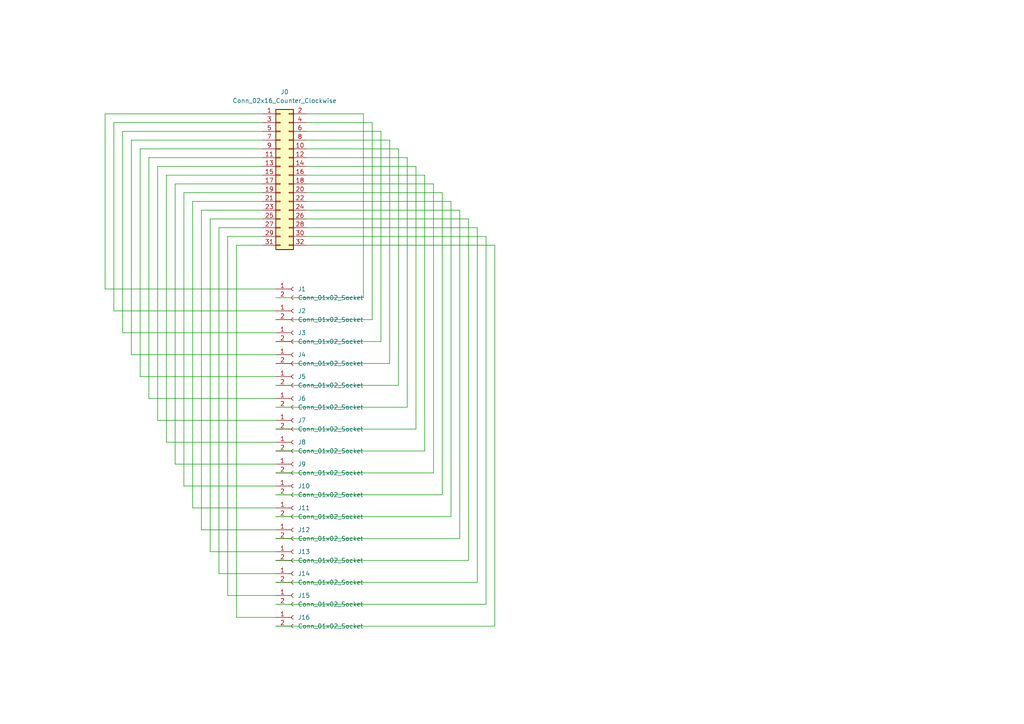
<source format=kicad_sch>
(kicad_sch
	(version 20231120)
	(generator "eeschema")
	(generator_version "8.0")
	(uuid "68a14eae-0b68-4b55-b169-64150462d703")
	(paper "A4")
	(lib_symbols
		(symbol "Connector:Conn_01x02_Socket"
			(pin_names
				(offset 1.016) hide)
			(exclude_from_sim no)
			(in_bom yes)
			(on_board yes)
			(property "Reference" "J"
				(at 0 2.54 0)
				(effects
					(font
						(size 1.27 1.27)
					)
				)
			)
			(property "Value" "Conn_01x02_Socket"
				(at 0 -5.08 0)
				(effects
					(font
						(size 1.27 1.27)
					)
				)
			)
			(property "Footprint" ""
				(at 0 0 0)
				(effects
					(font
						(size 1.27 1.27)
					)
					(hide yes)
				)
			)
			(property "Datasheet" "~"
				(at 0 0 0)
				(effects
					(font
						(size 1.27 1.27)
					)
					(hide yes)
				)
			)
			(property "Description" "Generic connector, single row, 01x02, script generated"
				(at 0 0 0)
				(effects
					(font
						(size 1.27 1.27)
					)
					(hide yes)
				)
			)
			(property "ki_locked" ""
				(at 0 0 0)
				(effects
					(font
						(size 1.27 1.27)
					)
				)
			)
			(property "ki_keywords" "connector"
				(at 0 0 0)
				(effects
					(font
						(size 1.27 1.27)
					)
					(hide yes)
				)
			)
			(property "ki_fp_filters" "Connector*:*_1x??_*"
				(at 0 0 0)
				(effects
					(font
						(size 1.27 1.27)
					)
					(hide yes)
				)
			)
			(symbol "Conn_01x02_Socket_1_1"
				(arc
					(start 0 -2.032)
					(mid -0.5058 -2.54)
					(end 0 -3.048)
					(stroke
						(width 0.1524)
						(type default)
					)
					(fill
						(type none)
					)
				)
				(polyline
					(pts
						(xy -1.27 -2.54) (xy -0.508 -2.54)
					)
					(stroke
						(width 0.1524)
						(type default)
					)
					(fill
						(type none)
					)
				)
				(polyline
					(pts
						(xy -1.27 0) (xy -0.508 0)
					)
					(stroke
						(width 0.1524)
						(type default)
					)
					(fill
						(type none)
					)
				)
				(arc
					(start 0 0.508)
					(mid -0.5058 0)
					(end 0 -0.508)
					(stroke
						(width 0.1524)
						(type default)
					)
					(fill
						(type none)
					)
				)
				(pin passive line
					(at -5.08 0 0)
					(length 3.81)
					(name "Pin_1"
						(effects
							(font
								(size 1.27 1.27)
							)
						)
					)
					(number "1"
						(effects
							(font
								(size 1.27 1.27)
							)
						)
					)
				)
				(pin passive line
					(at -5.08 -2.54 0)
					(length 3.81)
					(name "Pin_2"
						(effects
							(font
								(size 1.27 1.27)
							)
						)
					)
					(number "2"
						(effects
							(font
								(size 1.27 1.27)
							)
						)
					)
				)
			)
		)
		(symbol "Connector_Generic:Conn_02x16_Odd_Even"
			(pin_names
				(offset 1.016) hide)
			(exclude_from_sim no)
			(in_bom yes)
			(on_board yes)
			(property "Reference" "J"
				(at 1.27 20.32 0)
				(effects
					(font
						(size 1.27 1.27)
					)
				)
			)
			(property "Value" "Conn_02x16_Odd_Even"
				(at 1.27 -22.86 0)
				(effects
					(font
						(size 1.27 1.27)
					)
				)
			)
			(property "Footprint" ""
				(at 0 0 0)
				(effects
					(font
						(size 1.27 1.27)
					)
					(hide yes)
				)
			)
			(property "Datasheet" "~"
				(at 0 0 0)
				(effects
					(font
						(size 1.27 1.27)
					)
					(hide yes)
				)
			)
			(property "Description" "Generic connector, double row, 02x16, odd/even pin numbering scheme (row 1 odd numbers, row 2 even numbers), script generated (kicad-library-utils/schlib/autogen/connector/)"
				(at 0 0 0)
				(effects
					(font
						(size 1.27 1.27)
					)
					(hide yes)
				)
			)
			(property "ki_keywords" "connector"
				(at 0 0 0)
				(effects
					(font
						(size 1.27 1.27)
					)
					(hide yes)
				)
			)
			(property "ki_fp_filters" "Connector*:*_2x??_*"
				(at 0 0 0)
				(effects
					(font
						(size 1.27 1.27)
					)
					(hide yes)
				)
			)
			(symbol "Conn_02x16_Odd_Even_1_1"
				(rectangle
					(start -1.27 -20.193)
					(end 0 -20.447)
					(stroke
						(width 0.1524)
						(type default)
					)
					(fill
						(type none)
					)
				)
				(rectangle
					(start -1.27 -17.653)
					(end 0 -17.907)
					(stroke
						(width 0.1524)
						(type default)
					)
					(fill
						(type none)
					)
				)
				(rectangle
					(start -1.27 -15.113)
					(end 0 -15.367)
					(stroke
						(width 0.1524)
						(type default)
					)
					(fill
						(type none)
					)
				)
				(rectangle
					(start -1.27 -12.573)
					(end 0 -12.827)
					(stroke
						(width 0.1524)
						(type default)
					)
					(fill
						(type none)
					)
				)
				(rectangle
					(start -1.27 -10.033)
					(end 0 -10.287)
					(stroke
						(width 0.1524)
						(type default)
					)
					(fill
						(type none)
					)
				)
				(rectangle
					(start -1.27 -7.493)
					(end 0 -7.747)
					(stroke
						(width 0.1524)
						(type default)
					)
					(fill
						(type none)
					)
				)
				(rectangle
					(start -1.27 -4.953)
					(end 0 -5.207)
					(stroke
						(width 0.1524)
						(type default)
					)
					(fill
						(type none)
					)
				)
				(rectangle
					(start -1.27 -2.413)
					(end 0 -2.667)
					(stroke
						(width 0.1524)
						(type default)
					)
					(fill
						(type none)
					)
				)
				(rectangle
					(start -1.27 0.127)
					(end 0 -0.127)
					(stroke
						(width 0.1524)
						(type default)
					)
					(fill
						(type none)
					)
				)
				(rectangle
					(start -1.27 2.667)
					(end 0 2.413)
					(stroke
						(width 0.1524)
						(type default)
					)
					(fill
						(type none)
					)
				)
				(rectangle
					(start -1.27 5.207)
					(end 0 4.953)
					(stroke
						(width 0.1524)
						(type default)
					)
					(fill
						(type none)
					)
				)
				(rectangle
					(start -1.27 7.747)
					(end 0 7.493)
					(stroke
						(width 0.1524)
						(type default)
					)
					(fill
						(type none)
					)
				)
				(rectangle
					(start -1.27 10.287)
					(end 0 10.033)
					(stroke
						(width 0.1524)
						(type default)
					)
					(fill
						(type none)
					)
				)
				(rectangle
					(start -1.27 12.827)
					(end 0 12.573)
					(stroke
						(width 0.1524)
						(type default)
					)
					(fill
						(type none)
					)
				)
				(rectangle
					(start -1.27 15.367)
					(end 0 15.113)
					(stroke
						(width 0.1524)
						(type default)
					)
					(fill
						(type none)
					)
				)
				(rectangle
					(start -1.27 17.907)
					(end 0 17.653)
					(stroke
						(width 0.1524)
						(type default)
					)
					(fill
						(type none)
					)
				)
				(rectangle
					(start -1.27 19.05)
					(end 3.81 -21.59)
					(stroke
						(width 0.254)
						(type default)
					)
					(fill
						(type background)
					)
				)
				(rectangle
					(start 3.81 -20.193)
					(end 2.54 -20.447)
					(stroke
						(width 0.1524)
						(type default)
					)
					(fill
						(type none)
					)
				)
				(rectangle
					(start 3.81 -17.653)
					(end 2.54 -17.907)
					(stroke
						(width 0.1524)
						(type default)
					)
					(fill
						(type none)
					)
				)
				(rectangle
					(start 3.81 -15.113)
					(end 2.54 -15.367)
					(stroke
						(width 0.1524)
						(type default)
					)
					(fill
						(type none)
					)
				)
				(rectangle
					(start 3.81 -12.573)
					(end 2.54 -12.827)
					(stroke
						(width 0.1524)
						(type default)
					)
					(fill
						(type none)
					)
				)
				(rectangle
					(start 3.81 -10.033)
					(end 2.54 -10.287)
					(stroke
						(width 0.1524)
						(type default)
					)
					(fill
						(type none)
					)
				)
				(rectangle
					(start 3.81 -7.493)
					(end 2.54 -7.747)
					(stroke
						(width 0.1524)
						(type default)
					)
					(fill
						(type none)
					)
				)
				(rectangle
					(start 3.81 -4.953)
					(end 2.54 -5.207)
					(stroke
						(width 0.1524)
						(type default)
					)
					(fill
						(type none)
					)
				)
				(rectangle
					(start 3.81 -2.413)
					(end 2.54 -2.667)
					(stroke
						(width 0.1524)
						(type default)
					)
					(fill
						(type none)
					)
				)
				(rectangle
					(start 3.81 0.127)
					(end 2.54 -0.127)
					(stroke
						(width 0.1524)
						(type default)
					)
					(fill
						(type none)
					)
				)
				(rectangle
					(start 3.81 2.667)
					(end 2.54 2.413)
					(stroke
						(width 0.1524)
						(type default)
					)
					(fill
						(type none)
					)
				)
				(rectangle
					(start 3.81 5.207)
					(end 2.54 4.953)
					(stroke
						(width 0.1524)
						(type default)
					)
					(fill
						(type none)
					)
				)
				(rectangle
					(start 3.81 7.747)
					(end 2.54 7.493)
					(stroke
						(width 0.1524)
						(type default)
					)
					(fill
						(type none)
					)
				)
				(rectangle
					(start 3.81 10.287)
					(end 2.54 10.033)
					(stroke
						(width 0.1524)
						(type default)
					)
					(fill
						(type none)
					)
				)
				(rectangle
					(start 3.81 12.827)
					(end 2.54 12.573)
					(stroke
						(width 0.1524)
						(type default)
					)
					(fill
						(type none)
					)
				)
				(rectangle
					(start 3.81 15.367)
					(end 2.54 15.113)
					(stroke
						(width 0.1524)
						(type default)
					)
					(fill
						(type none)
					)
				)
				(rectangle
					(start 3.81 17.907)
					(end 2.54 17.653)
					(stroke
						(width 0.1524)
						(type default)
					)
					(fill
						(type none)
					)
				)
				(pin passive line
					(at -5.08 17.78 0)
					(length 3.81)
					(name "Pin_1"
						(effects
							(font
								(size 1.27 1.27)
							)
						)
					)
					(number "1"
						(effects
							(font
								(size 1.27 1.27)
							)
						)
					)
				)
				(pin passive line
					(at 7.62 7.62 180)
					(length 3.81)
					(name "Pin_10"
						(effects
							(font
								(size 1.27 1.27)
							)
						)
					)
					(number "10"
						(effects
							(font
								(size 1.27 1.27)
							)
						)
					)
				)
				(pin passive line
					(at -5.08 5.08 0)
					(length 3.81)
					(name "Pin_11"
						(effects
							(font
								(size 1.27 1.27)
							)
						)
					)
					(number "11"
						(effects
							(font
								(size 1.27 1.27)
							)
						)
					)
				)
				(pin passive line
					(at 7.62 5.08 180)
					(length 3.81)
					(name "Pin_12"
						(effects
							(font
								(size 1.27 1.27)
							)
						)
					)
					(number "12"
						(effects
							(font
								(size 1.27 1.27)
							)
						)
					)
				)
				(pin passive line
					(at -5.08 2.54 0)
					(length 3.81)
					(name "Pin_13"
						(effects
							(font
								(size 1.27 1.27)
							)
						)
					)
					(number "13"
						(effects
							(font
								(size 1.27 1.27)
							)
						)
					)
				)
				(pin passive line
					(at 7.62 2.54 180)
					(length 3.81)
					(name "Pin_14"
						(effects
							(font
								(size 1.27 1.27)
							)
						)
					)
					(number "14"
						(effects
							(font
								(size 1.27 1.27)
							)
						)
					)
				)
				(pin passive line
					(at -5.08 0 0)
					(length 3.81)
					(name "Pin_15"
						(effects
							(font
								(size 1.27 1.27)
							)
						)
					)
					(number "15"
						(effects
							(font
								(size 1.27 1.27)
							)
						)
					)
				)
				(pin passive line
					(at 7.62 0 180)
					(length 3.81)
					(name "Pin_16"
						(effects
							(font
								(size 1.27 1.27)
							)
						)
					)
					(number "16"
						(effects
							(font
								(size 1.27 1.27)
							)
						)
					)
				)
				(pin passive line
					(at -5.08 -2.54 0)
					(length 3.81)
					(name "Pin_17"
						(effects
							(font
								(size 1.27 1.27)
							)
						)
					)
					(number "17"
						(effects
							(font
								(size 1.27 1.27)
							)
						)
					)
				)
				(pin passive line
					(at 7.62 -2.54 180)
					(length 3.81)
					(name "Pin_18"
						(effects
							(font
								(size 1.27 1.27)
							)
						)
					)
					(number "18"
						(effects
							(font
								(size 1.27 1.27)
							)
						)
					)
				)
				(pin passive line
					(at -5.08 -5.08 0)
					(length 3.81)
					(name "Pin_19"
						(effects
							(font
								(size 1.27 1.27)
							)
						)
					)
					(number "19"
						(effects
							(font
								(size 1.27 1.27)
							)
						)
					)
				)
				(pin passive line
					(at 7.62 17.78 180)
					(length 3.81)
					(name "Pin_2"
						(effects
							(font
								(size 1.27 1.27)
							)
						)
					)
					(number "2"
						(effects
							(font
								(size 1.27 1.27)
							)
						)
					)
				)
				(pin passive line
					(at 7.62 -5.08 180)
					(length 3.81)
					(name "Pin_20"
						(effects
							(font
								(size 1.27 1.27)
							)
						)
					)
					(number "20"
						(effects
							(font
								(size 1.27 1.27)
							)
						)
					)
				)
				(pin passive line
					(at -5.08 -7.62 0)
					(length 3.81)
					(name "Pin_21"
						(effects
							(font
								(size 1.27 1.27)
							)
						)
					)
					(number "21"
						(effects
							(font
								(size 1.27 1.27)
							)
						)
					)
				)
				(pin passive line
					(at 7.62 -7.62 180)
					(length 3.81)
					(name "Pin_22"
						(effects
							(font
								(size 1.27 1.27)
							)
						)
					)
					(number "22"
						(effects
							(font
								(size 1.27 1.27)
							)
						)
					)
				)
				(pin passive line
					(at -5.08 -10.16 0)
					(length 3.81)
					(name "Pin_23"
						(effects
							(font
								(size 1.27 1.27)
							)
						)
					)
					(number "23"
						(effects
							(font
								(size 1.27 1.27)
							)
						)
					)
				)
				(pin passive line
					(at 7.62 -10.16 180)
					(length 3.81)
					(name "Pin_24"
						(effects
							(font
								(size 1.27 1.27)
							)
						)
					)
					(number "24"
						(effects
							(font
								(size 1.27 1.27)
							)
						)
					)
				)
				(pin passive line
					(at -5.08 -12.7 0)
					(length 3.81)
					(name "Pin_25"
						(effects
							(font
								(size 1.27 1.27)
							)
						)
					)
					(number "25"
						(effects
							(font
								(size 1.27 1.27)
							)
						)
					)
				)
				(pin passive line
					(at 7.62 -12.7 180)
					(length 3.81)
					(name "Pin_26"
						(effects
							(font
								(size 1.27 1.27)
							)
						)
					)
					(number "26"
						(effects
							(font
								(size 1.27 1.27)
							)
						)
					)
				)
				(pin passive line
					(at -5.08 -15.24 0)
					(length 3.81)
					(name "Pin_27"
						(effects
							(font
								(size 1.27 1.27)
							)
						)
					)
					(number "27"
						(effects
							(font
								(size 1.27 1.27)
							)
						)
					)
				)
				(pin passive line
					(at 7.62 -15.24 180)
					(length 3.81)
					(name "Pin_28"
						(effects
							(font
								(size 1.27 1.27)
							)
						)
					)
					(number "28"
						(effects
							(font
								(size 1.27 1.27)
							)
						)
					)
				)
				(pin passive line
					(at -5.08 -17.78 0)
					(length 3.81)
					(name "Pin_29"
						(effects
							(font
								(size 1.27 1.27)
							)
						)
					)
					(number "29"
						(effects
							(font
								(size 1.27 1.27)
							)
						)
					)
				)
				(pin passive line
					(at -5.08 15.24 0)
					(length 3.81)
					(name "Pin_3"
						(effects
							(font
								(size 1.27 1.27)
							)
						)
					)
					(number "3"
						(effects
							(font
								(size 1.27 1.27)
							)
						)
					)
				)
				(pin passive line
					(at 7.62 -17.78 180)
					(length 3.81)
					(name "Pin_30"
						(effects
							(font
								(size 1.27 1.27)
							)
						)
					)
					(number "30"
						(effects
							(font
								(size 1.27 1.27)
							)
						)
					)
				)
				(pin passive line
					(at -5.08 -20.32 0)
					(length 3.81)
					(name "Pin_31"
						(effects
							(font
								(size 1.27 1.27)
							)
						)
					)
					(number "31"
						(effects
							(font
								(size 1.27 1.27)
							)
						)
					)
				)
				(pin passive line
					(at 7.62 -20.32 180)
					(length 3.81)
					(name "Pin_32"
						(effects
							(font
								(size 1.27 1.27)
							)
						)
					)
					(number "32"
						(effects
							(font
								(size 1.27 1.27)
							)
						)
					)
				)
				(pin passive line
					(at 7.62 15.24 180)
					(length 3.81)
					(name "Pin_4"
						(effects
							(font
								(size 1.27 1.27)
							)
						)
					)
					(number "4"
						(effects
							(font
								(size 1.27 1.27)
							)
						)
					)
				)
				(pin passive line
					(at -5.08 12.7 0)
					(length 3.81)
					(name "Pin_5"
						(effects
							(font
								(size 1.27 1.27)
							)
						)
					)
					(number "5"
						(effects
							(font
								(size 1.27 1.27)
							)
						)
					)
				)
				(pin passive line
					(at 7.62 12.7 180)
					(length 3.81)
					(name "Pin_6"
						(effects
							(font
								(size 1.27 1.27)
							)
						)
					)
					(number "6"
						(effects
							(font
								(size 1.27 1.27)
							)
						)
					)
				)
				(pin passive line
					(at -5.08 10.16 0)
					(length 3.81)
					(name "Pin_7"
						(effects
							(font
								(size 1.27 1.27)
							)
						)
					)
					(number "7"
						(effects
							(font
								(size 1.27 1.27)
							)
						)
					)
				)
				(pin passive line
					(at 7.62 10.16 180)
					(length 3.81)
					(name "Pin_8"
						(effects
							(font
								(size 1.27 1.27)
							)
						)
					)
					(number "8"
						(effects
							(font
								(size 1.27 1.27)
							)
						)
					)
				)
				(pin passive line
					(at -5.08 7.62 0)
					(length 3.81)
					(name "Pin_9"
						(effects
							(font
								(size 1.27 1.27)
							)
						)
					)
					(number "9"
						(effects
							(font
								(size 1.27 1.27)
							)
						)
					)
				)
			)
		)
	)
	(wire
		(pts
			(xy 120.65 124.46) (xy 120.65 48.26)
		)
		(stroke
			(width 0)
			(type default)
		)
		(uuid "0183a62a-674b-4264-8d64-7ae22c4b1b08")
	)
	(wire
		(pts
			(xy 80.01 175.26) (xy 140.97 175.26)
		)
		(stroke
			(width 0)
			(type default)
		)
		(uuid "026a1676-bd1e-4554-a13b-33f5a3fb700b")
	)
	(wire
		(pts
			(xy 80.01 143.51) (xy 128.27 143.51)
		)
		(stroke
			(width 0)
			(type default)
		)
		(uuid "06583a60-41b5-4be2-96e2-7cc9ebde2fbb")
	)
	(wire
		(pts
			(xy 66.04 172.72) (xy 66.04 68.58)
		)
		(stroke
			(width 0)
			(type default)
		)
		(uuid "06802a7c-3942-4a42-b9f3-bcbeb2fabf0e")
	)
	(wire
		(pts
			(xy 140.97 175.26) (xy 140.97 68.58)
		)
		(stroke
			(width 0)
			(type default)
		)
		(uuid "0aca1a85-c831-4ef4-89e2-a07257f7f9e7")
	)
	(wire
		(pts
			(xy 88.9 60.96) (xy 133.35 60.96)
		)
		(stroke
			(width 0)
			(type default)
		)
		(uuid "0eceb3bb-5d31-4060-966d-618fa9ca7da6")
	)
	(wire
		(pts
			(xy 125.73 53.34) (xy 88.9 53.34)
		)
		(stroke
			(width 0)
			(type default)
		)
		(uuid "16d072d0-d94a-4ae1-a73c-602a862fdd08")
	)
	(wire
		(pts
			(xy 105.41 86.36) (xy 105.41 33.02)
		)
		(stroke
			(width 0)
			(type default)
		)
		(uuid "18eab3e8-56cd-433a-9995-9f9a0d6e010b")
	)
	(wire
		(pts
			(xy 80.01 128.27) (xy 48.26 128.27)
		)
		(stroke
			(width 0)
			(type default)
		)
		(uuid "19c188b7-3b68-4502-b790-8bc1d92a3398")
	)
	(wire
		(pts
			(xy 107.95 92.71) (xy 107.95 35.56)
		)
		(stroke
			(width 0)
			(type default)
		)
		(uuid "1c3c800d-a6d1-4c1b-86c1-becfa5484afe")
	)
	(wire
		(pts
			(xy 80.01 118.11) (xy 118.11 118.11)
		)
		(stroke
			(width 0)
			(type default)
		)
		(uuid "1d004d77-671e-4052-85a2-2f355ff5d18a")
	)
	(wire
		(pts
			(xy 80.01 179.07) (xy 68.58 179.07)
		)
		(stroke
			(width 0)
			(type default)
		)
		(uuid "2211c74b-2775-4e2e-ac3b-0bfb80101137")
	)
	(wire
		(pts
			(xy 115.57 111.76) (xy 115.57 43.18)
		)
		(stroke
			(width 0)
			(type default)
		)
		(uuid "24a21c2a-920b-4a72-9d64-080a6e722640")
	)
	(wire
		(pts
			(xy 115.57 43.18) (xy 88.9 43.18)
		)
		(stroke
			(width 0)
			(type default)
		)
		(uuid "2d3e6576-2bb5-48cb-919e-4742cdb43857")
	)
	(wire
		(pts
			(xy 80.01 105.41) (xy 113.03 105.41)
		)
		(stroke
			(width 0)
			(type default)
		)
		(uuid "32287a28-99cd-4de6-8cb3-490487badb7a")
	)
	(wire
		(pts
			(xy 125.73 137.16) (xy 125.73 53.34)
		)
		(stroke
			(width 0)
			(type default)
		)
		(uuid "3566754a-d5a1-4002-aab9-b06c29cde4d8")
	)
	(wire
		(pts
			(xy 68.58 71.12) (xy 76.2 71.12)
		)
		(stroke
			(width 0)
			(type default)
		)
		(uuid "382da587-2899-48a8-a952-27d9ce6bad43")
	)
	(wire
		(pts
			(xy 80.01 181.61) (xy 143.51 181.61)
		)
		(stroke
			(width 0)
			(type default)
		)
		(uuid "3bbab144-9055-4c23-b286-72a5a276b017")
	)
	(wire
		(pts
			(xy 80.01 115.57) (xy 43.18 115.57)
		)
		(stroke
			(width 0)
			(type default)
		)
		(uuid "3bca90dc-9232-464f-a28d-c462c5bd2a92")
	)
	(wire
		(pts
			(xy 45.72 48.26) (xy 76.2 48.26)
		)
		(stroke
			(width 0)
			(type default)
		)
		(uuid "3f05d792-5abc-4cf6-9efc-654f8ae8ff7b")
	)
	(wire
		(pts
			(xy 143.51 181.61) (xy 143.51 71.12)
		)
		(stroke
			(width 0)
			(type default)
		)
		(uuid "404f5bc1-2994-4fe2-ab1e-6e2b16e05a9f")
	)
	(wire
		(pts
			(xy 35.56 96.52) (xy 35.56 38.1)
		)
		(stroke
			(width 0)
			(type default)
		)
		(uuid "4b98451a-8f01-4cfa-8d61-b212dd23f6ba")
	)
	(wire
		(pts
			(xy 110.49 99.06) (xy 110.49 38.1)
		)
		(stroke
			(width 0)
			(type default)
		)
		(uuid "4f600a68-1d6a-4232-8ac4-f732db69ed89")
	)
	(wire
		(pts
			(xy 48.26 128.27) (xy 48.26 50.8)
		)
		(stroke
			(width 0)
			(type default)
		)
		(uuid "507a94bd-186a-4222-940c-466fabe400a3")
	)
	(wire
		(pts
			(xy 80.01 111.76) (xy 115.57 111.76)
		)
		(stroke
			(width 0)
			(type default)
		)
		(uuid "51665cd1-8225-42f9-aa18-d8054e36a276")
	)
	(wire
		(pts
			(xy 50.8 134.62) (xy 50.8 53.34)
		)
		(stroke
			(width 0)
			(type default)
		)
		(uuid "56efba20-973b-4284-be08-46090ad8c08f")
	)
	(wire
		(pts
			(xy 140.97 68.58) (xy 88.9 68.58)
		)
		(stroke
			(width 0)
			(type default)
		)
		(uuid "5d338b14-e42a-4061-9834-912f94100b6b")
	)
	(wire
		(pts
			(xy 110.49 38.1) (xy 88.9 38.1)
		)
		(stroke
			(width 0)
			(type default)
		)
		(uuid "638700fc-9257-46a9-adc4-2c995e361895")
	)
	(wire
		(pts
			(xy 88.9 50.8) (xy 123.19 50.8)
		)
		(stroke
			(width 0)
			(type default)
		)
		(uuid "67014c8d-b49c-4524-b365-142022452a7b")
	)
	(wire
		(pts
			(xy 118.11 45.72) (xy 88.9 45.72)
		)
		(stroke
			(width 0)
			(type default)
		)
		(uuid "67dab312-382c-42d6-8362-2b553fbfabd8")
	)
	(wire
		(pts
			(xy 128.27 143.51) (xy 128.27 55.88)
		)
		(stroke
			(width 0)
			(type default)
		)
		(uuid "68e3bcac-ec1e-4b74-99d0-0549b55d38b7")
	)
	(wire
		(pts
			(xy 80.01 166.37) (xy 63.5 166.37)
		)
		(stroke
			(width 0)
			(type default)
		)
		(uuid "6db8e7be-51ef-4d94-9305-81f98a88e70e")
	)
	(wire
		(pts
			(xy 113.03 40.64) (xy 88.9 40.64)
		)
		(stroke
			(width 0)
			(type default)
		)
		(uuid "7273d771-61bd-4518-bd0b-1dfb3d091049")
	)
	(wire
		(pts
			(xy 53.34 55.88) (xy 76.2 55.88)
		)
		(stroke
			(width 0)
			(type default)
		)
		(uuid "76842aac-5d57-4433-838e-d6bdfa21030c")
	)
	(wire
		(pts
			(xy 80.01 83.82) (xy 30.48 83.82)
		)
		(stroke
			(width 0)
			(type default)
		)
		(uuid "76e00856-c049-4687-aed4-7f9eff3c1a4f")
	)
	(wire
		(pts
			(xy 55.88 58.42) (xy 76.2 58.42)
		)
		(stroke
			(width 0)
			(type default)
		)
		(uuid "770cfc23-62dc-474e-a737-1e532b6e04e3")
	)
	(wire
		(pts
			(xy 113.03 105.41) (xy 113.03 40.64)
		)
		(stroke
			(width 0)
			(type default)
		)
		(uuid "77ebc137-5dd1-4b9d-bef5-6c80d364e5bf")
	)
	(wire
		(pts
			(xy 133.35 156.21) (xy 133.35 60.96)
		)
		(stroke
			(width 0)
			(type default)
		)
		(uuid "782ab128-24a3-4979-8371-2f3b0276c77e")
	)
	(wire
		(pts
			(xy 50.8 53.34) (xy 76.2 53.34)
		)
		(stroke
			(width 0)
			(type default)
		)
		(uuid "78399472-c8fe-4a69-ba5c-4a3c6ab0cf3c")
	)
	(wire
		(pts
			(xy 63.5 66.04) (xy 76.2 66.04)
		)
		(stroke
			(width 0)
			(type default)
		)
		(uuid "7cee96d1-4656-4806-b4af-ffe054e103ce")
	)
	(wire
		(pts
			(xy 38.1 40.64) (xy 76.2 40.64)
		)
		(stroke
			(width 0)
			(type default)
		)
		(uuid "7d40be9a-6964-4e88-a4e3-6dcb6ca20dfb")
	)
	(wire
		(pts
			(xy 40.64 109.22) (xy 40.64 43.18)
		)
		(stroke
			(width 0)
			(type default)
		)
		(uuid "81cb9535-4075-4438-bd12-7e0fff31e4bd")
	)
	(wire
		(pts
			(xy 55.88 147.32) (xy 55.88 58.42)
		)
		(stroke
			(width 0)
			(type default)
		)
		(uuid "8394a9a9-d782-415f-bdd7-6c453593a8b2")
	)
	(wire
		(pts
			(xy 80.01 92.71) (xy 107.95 92.71)
		)
		(stroke
			(width 0)
			(type default)
		)
		(uuid "84743072-c66c-4545-bb7a-579822adff1d")
	)
	(wire
		(pts
			(xy 138.43 168.91) (xy 138.43 66.04)
		)
		(stroke
			(width 0)
			(type default)
		)
		(uuid "84ee1086-63be-48ab-a417-1c6e17934de9")
	)
	(wire
		(pts
			(xy 80.01 168.91) (xy 138.43 168.91)
		)
		(stroke
			(width 0)
			(type default)
		)
		(uuid "8810c04f-f29b-4943-bb74-e4d086743373")
	)
	(wire
		(pts
			(xy 107.95 35.56) (xy 88.9 35.56)
		)
		(stroke
			(width 0)
			(type default)
		)
		(uuid "8b44731e-4423-4c5c-b9a6-bedd6f632e12")
	)
	(wire
		(pts
			(xy 80.01 156.21) (xy 133.35 156.21)
		)
		(stroke
			(width 0)
			(type default)
		)
		(uuid "8b63370a-1fe2-41fb-be15-83cb768b2e64")
	)
	(wire
		(pts
			(xy 40.64 43.18) (xy 76.2 43.18)
		)
		(stroke
			(width 0)
			(type default)
		)
		(uuid "8ba7ecf5-d512-4ac4-bd7b-e8ce422c2e70")
	)
	(wire
		(pts
			(xy 128.27 55.88) (xy 88.9 55.88)
		)
		(stroke
			(width 0)
			(type default)
		)
		(uuid "8e477845-ed4c-44e8-af27-892f16d52dea")
	)
	(wire
		(pts
			(xy 135.89 63.5) (xy 88.9 63.5)
		)
		(stroke
			(width 0)
			(type default)
		)
		(uuid "8f3d6fa1-bf57-4b71-92c9-aebaea8da821")
	)
	(wire
		(pts
			(xy 30.48 83.82) (xy 30.48 33.02)
		)
		(stroke
			(width 0)
			(type default)
		)
		(uuid "90063a0c-5655-48d8-80ea-f94e278c3db7")
	)
	(wire
		(pts
			(xy 80.01 99.06) (xy 110.49 99.06)
		)
		(stroke
			(width 0)
			(type default)
		)
		(uuid "90235ed5-e36a-47af-bd65-af1faa7c3eb0")
	)
	(wire
		(pts
			(xy 80.01 130.81) (xy 123.19 130.81)
		)
		(stroke
			(width 0)
			(type default)
		)
		(uuid "91debdb1-9c50-49d0-8aee-6ad1537e6228")
	)
	(wire
		(pts
			(xy 80.01 137.16) (xy 125.73 137.16)
		)
		(stroke
			(width 0)
			(type default)
		)
		(uuid "9791eb73-e373-4d6d-b34b-861f62c59f80")
	)
	(wire
		(pts
			(xy 143.51 71.12) (xy 88.9 71.12)
		)
		(stroke
			(width 0)
			(type default)
		)
		(uuid "98e736de-7357-4818-aa68-b9024da89ce6")
	)
	(wire
		(pts
			(xy 130.81 149.86) (xy 130.81 58.42)
		)
		(stroke
			(width 0)
			(type default)
		)
		(uuid "99991303-448e-4d5b-b306-aeb657ef72a0")
	)
	(wire
		(pts
			(xy 43.18 45.72) (xy 76.2 45.72)
		)
		(stroke
			(width 0)
			(type default)
		)
		(uuid "9c46b368-9bcb-4cab-852d-4afe14144d4d")
	)
	(wire
		(pts
			(xy 80.01 121.92) (xy 45.72 121.92)
		)
		(stroke
			(width 0)
			(type default)
		)
		(uuid "9da09bfa-deea-44bf-85fa-33926b34abab")
	)
	(wire
		(pts
			(xy 88.9 58.42) (xy 130.81 58.42)
		)
		(stroke
			(width 0)
			(type default)
		)
		(uuid "9e1f5b24-669a-414e-a5fc-4fe59b7dcfd6")
	)
	(wire
		(pts
			(xy 123.19 130.81) (xy 123.19 50.8)
		)
		(stroke
			(width 0)
			(type default)
		)
		(uuid "a14d80d7-bbc8-4a11-a9f1-3054da4a00b7")
	)
	(wire
		(pts
			(xy 80.01 147.32) (xy 55.88 147.32)
		)
		(stroke
			(width 0)
			(type default)
		)
		(uuid "a16ba5ff-cf90-4ce4-98b2-220ccbb779c0")
	)
	(wire
		(pts
			(xy 63.5 166.37) (xy 63.5 66.04)
		)
		(stroke
			(width 0)
			(type default)
		)
		(uuid "a1b8359c-0d58-4ef5-b7b2-dedbdab2ed02")
	)
	(wire
		(pts
			(xy 48.26 50.8) (xy 76.2 50.8)
		)
		(stroke
			(width 0)
			(type default)
		)
		(uuid "a87c46c9-c22d-41d8-a5d2-faf580e9a8e4")
	)
	(wire
		(pts
			(xy 80.01 153.67) (xy 58.42 153.67)
		)
		(stroke
			(width 0)
			(type default)
		)
		(uuid "b2211b6f-3865-41c3-ac67-f4e8f895cb3c")
	)
	(wire
		(pts
			(xy 35.56 38.1) (xy 76.2 38.1)
		)
		(stroke
			(width 0)
			(type default)
		)
		(uuid "b22e8d08-fb6c-4875-8273-d156fdbd0b3a")
	)
	(wire
		(pts
			(xy 80.01 149.86) (xy 130.81 149.86)
		)
		(stroke
			(width 0)
			(type default)
		)
		(uuid "b409170b-5cf6-437d-9e8d-bcfbfac59a92")
	)
	(wire
		(pts
			(xy 33.02 35.56) (xy 76.2 35.56)
		)
		(stroke
			(width 0)
			(type default)
		)
		(uuid "b4ecd03a-aba1-42fc-a2d0-ed5f2c4bb788")
	)
	(wire
		(pts
			(xy 80.01 86.36) (xy 105.41 86.36)
		)
		(stroke
			(width 0)
			(type default)
		)
		(uuid "b8a5b837-c324-4c1b-8be3-4b8a1cdef24c")
	)
	(wire
		(pts
			(xy 80.01 96.52) (xy 35.56 96.52)
		)
		(stroke
			(width 0)
			(type default)
		)
		(uuid "bc6914d1-c487-44f1-b200-154cd5a11dfb")
	)
	(wire
		(pts
			(xy 88.9 48.26) (xy 120.65 48.26)
		)
		(stroke
			(width 0)
			(type default)
		)
		(uuid "c20eac23-cdbf-429a-8da6-61cbf7e5ff64")
	)
	(wire
		(pts
			(xy 60.96 160.02) (xy 60.96 63.5)
		)
		(stroke
			(width 0)
			(type default)
		)
		(uuid "c4d527b2-3509-40d0-b574-abde339cae1c")
	)
	(wire
		(pts
			(xy 118.11 118.11) (xy 118.11 45.72)
		)
		(stroke
			(width 0)
			(type default)
		)
		(uuid "c7077526-4219-4afa-80ac-c2191fe7e96d")
	)
	(wire
		(pts
			(xy 68.58 179.07) (xy 68.58 71.12)
		)
		(stroke
			(width 0)
			(type default)
		)
		(uuid "c7339aa3-cc44-4dbd-8bbd-ee61ee13aa35")
	)
	(wire
		(pts
			(xy 33.02 90.17) (xy 33.02 35.56)
		)
		(stroke
			(width 0)
			(type default)
		)
		(uuid "c8c24c41-6b02-4514-8401-1ba0cd58104a")
	)
	(wire
		(pts
			(xy 80.01 102.87) (xy 38.1 102.87)
		)
		(stroke
			(width 0)
			(type default)
		)
		(uuid "c9226245-904d-45e9-84ed-c9b923d4fa3a")
	)
	(wire
		(pts
			(xy 53.34 140.97) (xy 53.34 55.88)
		)
		(stroke
			(width 0)
			(type default)
		)
		(uuid "ca2b8593-f837-4b9d-aeb4-ed1f668c21f2")
	)
	(wire
		(pts
			(xy 58.42 60.96) (xy 76.2 60.96)
		)
		(stroke
			(width 0)
			(type default)
		)
		(uuid "cc8b5e21-0f8f-4b82-87d5-3e50288e4d74")
	)
	(wire
		(pts
			(xy 80.01 160.02) (xy 60.96 160.02)
		)
		(stroke
			(width 0)
			(type default)
		)
		(uuid "d15c40db-609f-4acb-80a7-4ef7ecc6344a")
	)
	(wire
		(pts
			(xy 80.01 124.46) (xy 120.65 124.46)
		)
		(stroke
			(width 0)
			(type default)
		)
		(uuid "d7c88a05-1072-4f71-9486-dad8d2c47e64")
	)
	(wire
		(pts
			(xy 58.42 153.67) (xy 58.42 60.96)
		)
		(stroke
			(width 0)
			(type default)
		)
		(uuid "e2b29add-35c9-42b9-a0ce-6afcf9da8d34")
	)
	(wire
		(pts
			(xy 80.01 90.17) (xy 33.02 90.17)
		)
		(stroke
			(width 0)
			(type default)
		)
		(uuid "e31728f2-b711-4c19-aa36-e42065cf2b8d")
	)
	(wire
		(pts
			(xy 80.01 172.72) (xy 66.04 172.72)
		)
		(stroke
			(width 0)
			(type default)
		)
		(uuid "e373dc44-9d90-44cf-9929-66e6cccc9be2")
	)
	(wire
		(pts
			(xy 30.48 33.02) (xy 76.2 33.02)
		)
		(stroke
			(width 0)
			(type default)
		)
		(uuid "e6db5b3a-1e5f-4ea1-b2ca-e136def94a97")
	)
	(wire
		(pts
			(xy 43.18 115.57) (xy 43.18 45.72)
		)
		(stroke
			(width 0)
			(type default)
		)
		(uuid "e88cc146-1807-4921-ae96-0bef5e9f642d")
	)
	(wire
		(pts
			(xy 66.04 68.58) (xy 76.2 68.58)
		)
		(stroke
			(width 0)
			(type default)
		)
		(uuid "ea550838-96b4-44de-a52b-b288a96af41c")
	)
	(wire
		(pts
			(xy 60.96 63.5) (xy 76.2 63.5)
		)
		(stroke
			(width 0)
			(type default)
		)
		(uuid "eb0f7b9c-19b7-427e-a521-6a7cd4008a5b")
	)
	(wire
		(pts
			(xy 38.1 102.87) (xy 38.1 40.64)
		)
		(stroke
			(width 0)
			(type default)
		)
		(uuid "eb995afe-e392-4e9f-8d60-e13446af61d6")
	)
	(wire
		(pts
			(xy 105.41 33.02) (xy 88.9 33.02)
		)
		(stroke
			(width 0)
			(type default)
		)
		(uuid "edc3155a-999e-4fa2-87a4-1d513f76403b")
	)
	(wire
		(pts
			(xy 80.01 140.97) (xy 53.34 140.97)
		)
		(stroke
			(width 0)
			(type default)
		)
		(uuid "eefc29f4-792e-4441-b16d-54d57bbcdce9")
	)
	(wire
		(pts
			(xy 80.01 162.56) (xy 135.89 162.56)
		)
		(stroke
			(width 0)
			(type default)
		)
		(uuid "f7c1dd2a-b9f3-462c-8f27-36e2b64bb0e0")
	)
	(wire
		(pts
			(xy 80.01 134.62) (xy 50.8 134.62)
		)
		(stroke
			(width 0)
			(type default)
		)
		(uuid "f9249951-4919-49cf-a5f5-2cf324a98423")
	)
	(wire
		(pts
			(xy 80.01 109.22) (xy 40.64 109.22)
		)
		(stroke
			(width 0)
			(type default)
		)
		(uuid "f94e2596-8dbc-4375-a13d-552cfd86867d")
	)
	(wire
		(pts
			(xy 45.72 121.92) (xy 45.72 48.26)
		)
		(stroke
			(width 0)
			(type default)
		)
		(uuid "ff455c84-87f0-4cd8-ab53-504dab5f79be")
	)
	(wire
		(pts
			(xy 135.89 162.56) (xy 135.89 63.5)
		)
		(stroke
			(width 0)
			(type default)
		)
		(uuid "ffb1c5e3-6136-4f8c-82d5-84608db206a4")
	)
	(wire
		(pts
			(xy 138.43 66.04) (xy 88.9 66.04)
		)
		(stroke
			(width 0)
			(type default)
		)
		(uuid "ffb31caf-1718-4b23-95af-ae918c3bb8d3")
	)
	(symbol
		(lib_id "Connector:Conn_01x02_Socket")
		(at 85.09 134.62 0)
		(unit 1)
		(exclude_from_sim no)
		(in_bom yes)
		(on_board yes)
		(dnp no)
		(fields_autoplaced yes)
		(uuid "10860642-3f12-4ed5-bdcc-47f4c833303f")
		(property "Reference" "J9"
			(at 86.36 134.6199 0)
			(effects
				(font
					(size 1.27 1.27)
				)
				(justify left)
			)
		)
		(property "Value" "Conn_01x02_Socket"
			(at 86.36 137.1599 0)
			(effects
				(font
					(size 1.27 1.27)
				)
				(justify left)
			)
		)
		(property "Footprint" "Connector_PinHeader_2.54mm:PinHeader_1x02_P2.54mm_Vertical"
			(at 85.09 134.62 0)
			(effects
				(font
					(size 1.27 1.27)
				)
				(hide yes)
			)
		)
		(property "Datasheet" "~"
			(at 85.09 134.62 0)
			(effects
				(font
					(size 1.27 1.27)
				)
				(hide yes)
			)
		)
		(property "Description" "Generic connector, single row, 01x02, script generated"
			(at 85.09 134.62 0)
			(effects
				(font
					(size 1.27 1.27)
				)
				(hide yes)
			)
		)
		(pin "2"
			(uuid "d862fe30-dcc0-4886-bf13-67808faccb47")
		)
		(pin "1"
			(uuid "5fe7d0fc-d8c5-4054-9edb-662109f5af0e")
		)
		(instances
			(project "MagneticActuationBoard"
				(path "/3a9005d7-d799-4ee5-9d69-4bc33a3578f9/47de6482-cf1c-4af7-9141-78370e60fe27"
					(reference "J9")
					(unit 1)
				)
			)
		)
	)
	(symbol
		(lib_id "Connector:Conn_01x02_Socket")
		(at 85.09 147.32 0)
		(unit 1)
		(exclude_from_sim no)
		(in_bom yes)
		(on_board yes)
		(dnp no)
		(fields_autoplaced yes)
		(uuid "237ef8ec-6330-42e2-9b43-9eb7e5601a95")
		(property "Reference" "J11"
			(at 86.36 147.3199 0)
			(effects
				(font
					(size 1.27 1.27)
				)
				(justify left)
			)
		)
		(property "Value" "Conn_01x02_Socket"
			(at 86.36 149.8599 0)
			(effects
				(font
					(size 1.27 1.27)
				)
				(justify left)
			)
		)
		(property "Footprint" "Connector_PinHeader_2.54mm:PinHeader_1x02_P2.54mm_Vertical"
			(at 85.09 147.32 0)
			(effects
				(font
					(size 1.27 1.27)
				)
				(hide yes)
			)
		)
		(property "Datasheet" "~"
			(at 85.09 147.32 0)
			(effects
				(font
					(size 1.27 1.27)
				)
				(hide yes)
			)
		)
		(property "Description" "Generic connector, single row, 01x02, script generated"
			(at 85.09 147.32 0)
			(effects
				(font
					(size 1.27 1.27)
				)
				(hide yes)
			)
		)
		(pin "2"
			(uuid "189c060b-04a7-450f-9ace-07004aa0db86")
		)
		(pin "1"
			(uuid "9b966729-2cb2-47fb-85f2-06e42ef66613")
		)
		(instances
			(project "MagneticActuationBoard"
				(path "/3a9005d7-d799-4ee5-9d69-4bc33a3578f9/47de6482-cf1c-4af7-9141-78370e60fe27"
					(reference "J11")
					(unit 1)
				)
			)
		)
	)
	(symbol
		(lib_id "Connector:Conn_01x02_Socket")
		(at 85.09 121.92 0)
		(unit 1)
		(exclude_from_sim no)
		(in_bom yes)
		(on_board yes)
		(dnp no)
		(fields_autoplaced yes)
		(uuid "28d9860c-271c-453a-9750-f711abe8a627")
		(property "Reference" "J7"
			(at 86.36 121.9199 0)
			(effects
				(font
					(size 1.27 1.27)
				)
				(justify left)
			)
		)
		(property "Value" "Conn_01x02_Socket"
			(at 86.36 124.4599 0)
			(effects
				(font
					(size 1.27 1.27)
				)
				(justify left)
			)
		)
		(property "Footprint" "Connector_PinHeader_2.54mm:PinHeader_1x02_P2.54mm_Vertical"
			(at 85.09 121.92 0)
			(effects
				(font
					(size 1.27 1.27)
				)
				(hide yes)
			)
		)
		(property "Datasheet" "~"
			(at 85.09 121.92 0)
			(effects
				(font
					(size 1.27 1.27)
				)
				(hide yes)
			)
		)
		(property "Description" "Generic connector, single row, 01x02, script generated"
			(at 85.09 121.92 0)
			(effects
				(font
					(size 1.27 1.27)
				)
				(hide yes)
			)
		)
		(pin "2"
			(uuid "e65eba97-5036-45d4-b3d8-9ba5d4ba46ee")
		)
		(pin "1"
			(uuid "75ab0f2e-05f5-46b1-bd22-a886361e1c56")
		)
		(instances
			(project "MagneticActuationBoard"
				(path "/3a9005d7-d799-4ee5-9d69-4bc33a3578f9/47de6482-cf1c-4af7-9141-78370e60fe27"
					(reference "J7")
					(unit 1)
				)
			)
		)
	)
	(symbol
		(lib_id "Connector:Conn_01x02_Socket")
		(at 85.09 96.52 0)
		(unit 1)
		(exclude_from_sim no)
		(in_bom yes)
		(on_board yes)
		(dnp no)
		(fields_autoplaced yes)
		(uuid "2a839a1b-4481-4706-b12b-741477a2a989")
		(property "Reference" "J3"
			(at 86.36 96.5199 0)
			(effects
				(font
					(size 1.27 1.27)
				)
				(justify left)
			)
		)
		(property "Value" "Conn_01x02_Socket"
			(at 86.36 99.0599 0)
			(effects
				(font
					(size 1.27 1.27)
				)
				(justify left)
			)
		)
		(property "Footprint" "Connector_PinHeader_2.54mm:PinHeader_1x02_P2.54mm_Vertical"
			(at 85.09 96.52 0)
			(effects
				(font
					(size 1.27 1.27)
				)
				(hide yes)
			)
		)
		(property "Datasheet" "~"
			(at 85.09 96.52 0)
			(effects
				(font
					(size 1.27 1.27)
				)
				(hide yes)
			)
		)
		(property "Description" "Generic connector, single row, 01x02, script generated"
			(at 85.09 96.52 0)
			(effects
				(font
					(size 1.27 1.27)
				)
				(hide yes)
			)
		)
		(pin "2"
			(uuid "fc3def34-8508-4d54-89e3-10a801ea95c6")
		)
		(pin "1"
			(uuid "64450e38-b8a0-493b-9da1-1a412ab082f0")
		)
		(instances
			(project "MagneticActuationBoard"
				(path "/3a9005d7-d799-4ee5-9d69-4bc33a3578f9/47de6482-cf1c-4af7-9141-78370e60fe27"
					(reference "J3")
					(unit 1)
				)
			)
		)
	)
	(symbol
		(lib_id "Connector:Conn_01x02_Socket")
		(at 85.09 166.37 0)
		(unit 1)
		(exclude_from_sim no)
		(in_bom yes)
		(on_board yes)
		(dnp no)
		(fields_autoplaced yes)
		(uuid "2c342303-5348-4d13-8e01-058fce899768")
		(property "Reference" "J14"
			(at 86.36 166.3699 0)
			(effects
				(font
					(size 1.27 1.27)
				)
				(justify left)
			)
		)
		(property "Value" "Conn_01x02_Socket"
			(at 86.36 168.9099 0)
			(effects
				(font
					(size 1.27 1.27)
				)
				(justify left)
			)
		)
		(property "Footprint" "Connector_PinHeader_2.54mm:PinHeader_1x02_P2.54mm_Vertical"
			(at 85.09 166.37 0)
			(effects
				(font
					(size 1.27 1.27)
				)
				(hide yes)
			)
		)
		(property "Datasheet" "~"
			(at 85.09 166.37 0)
			(effects
				(font
					(size 1.27 1.27)
				)
				(hide yes)
			)
		)
		(property "Description" "Generic connector, single row, 01x02, script generated"
			(at 85.09 166.37 0)
			(effects
				(font
					(size 1.27 1.27)
				)
				(hide yes)
			)
		)
		(pin "2"
			(uuid "e11a9dd4-8ab7-442c-9295-e20381fbcb59")
		)
		(pin "1"
			(uuid "5dff6cfe-8f02-464a-8b75-353a1d8b2078")
		)
		(instances
			(project "MagneticActuationBoard"
				(path "/3a9005d7-d799-4ee5-9d69-4bc33a3578f9/47de6482-cf1c-4af7-9141-78370e60fe27"
					(reference "J14")
					(unit 1)
				)
			)
		)
	)
	(symbol
		(lib_id "Connector:Conn_01x02_Socket")
		(at 85.09 172.72 0)
		(unit 1)
		(exclude_from_sim no)
		(in_bom yes)
		(on_board yes)
		(dnp no)
		(fields_autoplaced yes)
		(uuid "4821a2e2-5206-4c8c-bd44-8f3abd9d472d")
		(property "Reference" "J15"
			(at 86.36 172.7199 0)
			(effects
				(font
					(size 1.27 1.27)
				)
				(justify left)
			)
		)
		(property "Value" "Conn_01x02_Socket"
			(at 86.36 175.2599 0)
			(effects
				(font
					(size 1.27 1.27)
				)
				(justify left)
			)
		)
		(property "Footprint" "Connector_PinHeader_2.54mm:PinHeader_1x02_P2.54mm_Vertical"
			(at 85.09 172.72 0)
			(effects
				(font
					(size 1.27 1.27)
				)
				(hide yes)
			)
		)
		(property "Datasheet" "~"
			(at 85.09 172.72 0)
			(effects
				(font
					(size 1.27 1.27)
				)
				(hide yes)
			)
		)
		(property "Description" "Generic connector, single row, 01x02, script generated"
			(at 85.09 172.72 0)
			(effects
				(font
					(size 1.27 1.27)
				)
				(hide yes)
			)
		)
		(pin "2"
			(uuid "e2b414b5-ce2e-4ca8-931b-a02ac8ebbca5")
		)
		(pin "1"
			(uuid "98a0ad2a-c9ea-415c-86e3-1495ecbbfda2")
		)
		(instances
			(project "MagneticActuationBoard"
				(path "/3a9005d7-d799-4ee5-9d69-4bc33a3578f9/47de6482-cf1c-4af7-9141-78370e60fe27"
					(reference "J15")
					(unit 1)
				)
			)
		)
	)
	(symbol
		(lib_id "Connector:Conn_01x02_Socket")
		(at 85.09 90.17 0)
		(unit 1)
		(exclude_from_sim no)
		(in_bom yes)
		(on_board yes)
		(dnp no)
		(fields_autoplaced yes)
		(uuid "503bd6a6-888e-4c4b-90f2-17eacfe11aed")
		(property "Reference" "J2"
			(at 86.36 90.1699 0)
			(effects
				(font
					(size 1.27 1.27)
				)
				(justify left)
			)
		)
		(property "Value" "Conn_01x02_Socket"
			(at 86.36 92.7099 0)
			(effects
				(font
					(size 1.27 1.27)
				)
				(justify left)
			)
		)
		(property "Footprint" "Connector_PinHeader_2.54mm:PinHeader_1x02_P2.54mm_Vertical"
			(at 85.09 90.17 0)
			(effects
				(font
					(size 1.27 1.27)
				)
				(hide yes)
			)
		)
		(property "Datasheet" "~"
			(at 85.09 90.17 0)
			(effects
				(font
					(size 1.27 1.27)
				)
				(hide yes)
			)
		)
		(property "Description" "Generic connector, single row, 01x02, script generated"
			(at 85.09 90.17 0)
			(effects
				(font
					(size 1.27 1.27)
				)
				(hide yes)
			)
		)
		(pin "2"
			(uuid "12084df5-f423-4527-a165-bb1fcc5d5e94")
		)
		(pin "1"
			(uuid "b0ff5053-7792-4d29-b542-8f2f54679b67")
		)
		(instances
			(project "MagneticActuationBoard"
				(path "/3a9005d7-d799-4ee5-9d69-4bc33a3578f9/47de6482-cf1c-4af7-9141-78370e60fe27"
					(reference "J2")
					(unit 1)
				)
			)
		)
	)
	(symbol
		(lib_id "Connector:Conn_01x02_Socket")
		(at 85.09 179.07 0)
		(unit 1)
		(exclude_from_sim no)
		(in_bom yes)
		(on_board yes)
		(dnp no)
		(fields_autoplaced yes)
		(uuid "5981ede9-1933-4d33-b218-51aaca68cdf7")
		(property "Reference" "J16"
			(at 86.36 179.0699 0)
			(effects
				(font
					(size 1.27 1.27)
				)
				(justify left)
			)
		)
		(property "Value" "Conn_01x02_Socket"
			(at 86.36 181.6099 0)
			(effects
				(font
					(size 1.27 1.27)
				)
				(justify left)
			)
		)
		(property "Footprint" "Connector_PinHeader_2.54mm:PinHeader_1x02_P2.54mm_Vertical"
			(at 85.09 179.07 0)
			(effects
				(font
					(size 1.27 1.27)
				)
				(hide yes)
			)
		)
		(property "Datasheet" "~"
			(at 85.09 179.07 0)
			(effects
				(font
					(size 1.27 1.27)
				)
				(hide yes)
			)
		)
		(property "Description" "Generic connector, single row, 01x02, script generated"
			(at 85.09 179.07 0)
			(effects
				(font
					(size 1.27 1.27)
				)
				(hide yes)
			)
		)
		(pin "2"
			(uuid "71264c5e-5929-475a-9e5f-41d77a0da767")
		)
		(pin "1"
			(uuid "9fd43869-2db5-4f69-bdae-7b424512bc48")
		)
		(instances
			(project "MagneticActuationBoard"
				(path "/3a9005d7-d799-4ee5-9d69-4bc33a3578f9/47de6482-cf1c-4af7-9141-78370e60fe27"
					(reference "J16")
					(unit 1)
				)
			)
		)
	)
	(symbol
		(lib_id "Connector:Conn_01x02_Socket")
		(at 85.09 102.87 0)
		(unit 1)
		(exclude_from_sim no)
		(in_bom yes)
		(on_board yes)
		(dnp no)
		(fields_autoplaced yes)
		(uuid "88b90d7f-f41c-4192-ba33-89cbec2dd1f7")
		(property "Reference" "J4"
			(at 86.36 102.8699 0)
			(effects
				(font
					(size 1.27 1.27)
				)
				(justify left)
			)
		)
		(property "Value" "Conn_01x02_Socket"
			(at 86.36 105.4099 0)
			(effects
				(font
					(size 1.27 1.27)
				)
				(justify left)
			)
		)
		(property "Footprint" "Connector_PinHeader_2.54mm:PinHeader_1x02_P2.54mm_Vertical"
			(at 85.09 102.87 0)
			(effects
				(font
					(size 1.27 1.27)
				)
				(hide yes)
			)
		)
		(property "Datasheet" "~"
			(at 85.09 102.87 0)
			(effects
				(font
					(size 1.27 1.27)
				)
				(hide yes)
			)
		)
		(property "Description" "Generic connector, single row, 01x02, script generated"
			(at 85.09 102.87 0)
			(effects
				(font
					(size 1.27 1.27)
				)
				(hide yes)
			)
		)
		(pin "2"
			(uuid "a655d843-cef1-4558-a2c7-365919bf5843")
		)
		(pin "1"
			(uuid "d93e7838-c47e-4cc1-99d4-1bafe55a5b0a")
		)
		(instances
			(project "MagneticActuationBoard"
				(path "/3a9005d7-d799-4ee5-9d69-4bc33a3578f9/47de6482-cf1c-4af7-9141-78370e60fe27"
					(reference "J4")
					(unit 1)
				)
			)
		)
	)
	(symbol
		(lib_id "Connector:Conn_01x02_Socket")
		(at 85.09 128.27 0)
		(unit 1)
		(exclude_from_sim no)
		(in_bom yes)
		(on_board yes)
		(dnp no)
		(fields_autoplaced yes)
		(uuid "8ee18145-5405-4ac9-b82e-421d6aa69f04")
		(property "Reference" "J8"
			(at 86.36 128.2699 0)
			(effects
				(font
					(size 1.27 1.27)
				)
				(justify left)
			)
		)
		(property "Value" "Conn_01x02_Socket"
			(at 86.36 130.8099 0)
			(effects
				(font
					(size 1.27 1.27)
				)
				(justify left)
			)
		)
		(property "Footprint" "Connector_PinHeader_2.54mm:PinHeader_1x02_P2.54mm_Vertical"
			(at 85.09 128.27 0)
			(effects
				(font
					(size 1.27 1.27)
				)
				(hide yes)
			)
		)
		(property "Datasheet" "~"
			(at 85.09 128.27 0)
			(effects
				(font
					(size 1.27 1.27)
				)
				(hide yes)
			)
		)
		(property "Description" "Generic connector, single row, 01x02, script generated"
			(at 85.09 128.27 0)
			(effects
				(font
					(size 1.27 1.27)
				)
				(hide yes)
			)
		)
		(pin "2"
			(uuid "9b9d175a-cfe5-4778-93c1-eefe72a7d429")
		)
		(pin "1"
			(uuid "a1318992-659e-4acc-b762-c418a1f92bee")
		)
		(instances
			(project "MagneticActuationBoard"
				(path "/3a9005d7-d799-4ee5-9d69-4bc33a3578f9/47de6482-cf1c-4af7-9141-78370e60fe27"
					(reference "J8")
					(unit 1)
				)
			)
		)
	)
	(symbol
		(lib_id "Connector:Conn_01x02_Socket")
		(at 85.09 153.67 0)
		(unit 1)
		(exclude_from_sim no)
		(in_bom yes)
		(on_board yes)
		(dnp no)
		(fields_autoplaced yes)
		(uuid "90d91d45-c7ee-43c1-b377-96a0508d05ab")
		(property "Reference" "J12"
			(at 86.36 153.6699 0)
			(effects
				(font
					(size 1.27 1.27)
				)
				(justify left)
			)
		)
		(property "Value" "Conn_01x02_Socket"
			(at 86.36 156.2099 0)
			(effects
				(font
					(size 1.27 1.27)
				)
				(justify left)
			)
		)
		(property "Footprint" "Connector_PinHeader_2.54mm:PinHeader_1x02_P2.54mm_Vertical"
			(at 85.09 153.67 0)
			(effects
				(font
					(size 1.27 1.27)
				)
				(hide yes)
			)
		)
		(property "Datasheet" "~"
			(at 85.09 153.67 0)
			(effects
				(font
					(size 1.27 1.27)
				)
				(hide yes)
			)
		)
		(property "Description" "Generic connector, single row, 01x02, script generated"
			(at 85.09 153.67 0)
			(effects
				(font
					(size 1.27 1.27)
				)
				(hide yes)
			)
		)
		(pin "2"
			(uuid "fdf7b3bb-6c08-4c2d-803f-afbd0fd2f44b")
		)
		(pin "1"
			(uuid "01c34d2d-7a88-47bf-a2e9-4b72d390b2dd")
		)
		(instances
			(project "MagneticActuationBoard"
				(path "/3a9005d7-d799-4ee5-9d69-4bc33a3578f9/47de6482-cf1c-4af7-9141-78370e60fe27"
					(reference "J12")
					(unit 1)
				)
			)
		)
	)
	(symbol
		(lib_id "Connector:Conn_01x02_Socket")
		(at 85.09 160.02 0)
		(unit 1)
		(exclude_from_sim no)
		(in_bom yes)
		(on_board yes)
		(dnp no)
		(fields_autoplaced yes)
		(uuid "a6707b4a-93c0-4f67-9153-8327adabe5a3")
		(property "Reference" "J13"
			(at 86.36 160.0199 0)
			(effects
				(font
					(size 1.27 1.27)
				)
				(justify left)
			)
		)
		(property "Value" "Conn_01x02_Socket"
			(at 86.36 162.5599 0)
			(effects
				(font
					(size 1.27 1.27)
				)
				(justify left)
			)
		)
		(property "Footprint" "Connector_PinHeader_2.54mm:PinHeader_1x02_P2.54mm_Vertical"
			(at 85.09 160.02 0)
			(effects
				(font
					(size 1.27 1.27)
				)
				(hide yes)
			)
		)
		(property "Datasheet" "~"
			(at 85.09 160.02 0)
			(effects
				(font
					(size 1.27 1.27)
				)
				(hide yes)
			)
		)
		(property "Description" "Generic connector, single row, 01x02, script generated"
			(at 85.09 160.02 0)
			(effects
				(font
					(size 1.27 1.27)
				)
				(hide yes)
			)
		)
		(pin "2"
			(uuid "7f0f6c8b-c4e0-465b-a0f4-e8fb99c254af")
		)
		(pin "1"
			(uuid "d1882ca3-db5d-4884-babd-03a3520d3d8b")
		)
		(instances
			(project "MagneticActuationBoard"
				(path "/3a9005d7-d799-4ee5-9d69-4bc33a3578f9/47de6482-cf1c-4af7-9141-78370e60fe27"
					(reference "J13")
					(unit 1)
				)
			)
		)
	)
	(symbol
		(lib_id "Connector:Conn_01x02_Socket")
		(at 85.09 115.57 0)
		(unit 1)
		(exclude_from_sim no)
		(in_bom yes)
		(on_board yes)
		(dnp no)
		(fields_autoplaced yes)
		(uuid "ae4c391d-4c06-484b-819f-be1756e061c7")
		(property "Reference" "J6"
			(at 86.36 115.5699 0)
			(effects
				(font
					(size 1.27 1.27)
				)
				(justify left)
			)
		)
		(property "Value" "Conn_01x02_Socket"
			(at 86.36 118.1099 0)
			(effects
				(font
					(size 1.27 1.27)
				)
				(justify left)
			)
		)
		(property "Footprint" "Connector_PinHeader_2.54mm:PinHeader_1x02_P2.54mm_Vertical"
			(at 85.09 115.57 0)
			(effects
				(font
					(size 1.27 1.27)
				)
				(hide yes)
			)
		)
		(property "Datasheet" "~"
			(at 85.09 115.57 0)
			(effects
				(font
					(size 1.27 1.27)
				)
				(hide yes)
			)
		)
		(property "Description" "Generic connector, single row, 01x02, script generated"
			(at 85.09 115.57 0)
			(effects
				(font
					(size 1.27 1.27)
				)
				(hide yes)
			)
		)
		(pin "2"
			(uuid "9155fcb3-bd89-4df6-a59f-e1505f642ce1")
		)
		(pin "1"
			(uuid "51b1d373-39c9-4dd0-9c07-c5143b62bbd9")
		)
		(instances
			(project "MagneticActuationBoard"
				(path "/3a9005d7-d799-4ee5-9d69-4bc33a3578f9/47de6482-cf1c-4af7-9141-78370e60fe27"
					(reference "J6")
					(unit 1)
				)
			)
		)
	)
	(symbol
		(lib_id "Connector:Conn_01x02_Socket")
		(at 85.09 83.82 0)
		(unit 1)
		(exclude_from_sim no)
		(in_bom yes)
		(on_board yes)
		(dnp no)
		(fields_autoplaced yes)
		(uuid "c0a677bc-e14e-4fed-a0f1-97a3d9037833")
		(property "Reference" "J1"
			(at 86.36 83.8199 0)
			(effects
				(font
					(size 1.27 1.27)
				)
				(justify left)
			)
		)
		(property "Value" "Conn_01x02_Socket"
			(at 86.36 86.3599 0)
			(effects
				(font
					(size 1.27 1.27)
				)
				(justify left)
			)
		)
		(property "Footprint" "Connector_PinHeader_2.54mm:PinHeader_1x02_P2.54mm_Vertical"
			(at 85.09 83.82 0)
			(effects
				(font
					(size 1.27 1.27)
				)
				(hide yes)
			)
		)
		(property "Datasheet" "~"
			(at 85.09 83.82 0)
			(effects
				(font
					(size 1.27 1.27)
				)
				(hide yes)
			)
		)
		(property "Description" "Generic connector, single row, 01x02, script generated"
			(at 85.09 83.82 0)
			(effects
				(font
					(size 1.27 1.27)
				)
				(hide yes)
			)
		)
		(pin "2"
			(uuid "cfcdaea8-bfd7-4fb8-a7c9-03499dbda916")
		)
		(pin "1"
			(uuid "a5d8a2ef-51b9-46da-a804-a350af9296cb")
		)
		(instances
			(project ""
				(path "/3a9005d7-d799-4ee5-9d69-4bc33a3578f9/47de6482-cf1c-4af7-9141-78370e60fe27"
					(reference "J1")
					(unit 1)
				)
			)
		)
	)
	(symbol
		(lib_id "Connector_Generic:Conn_02x16_Odd_Even")
		(at 81.28 50.8 0)
		(unit 1)
		(exclude_from_sim no)
		(in_bom yes)
		(on_board yes)
		(dnp no)
		(fields_autoplaced yes)
		(uuid "c4ea7d8c-71a2-4768-8a7e-87d6543d754a")
		(property "Reference" "J0"
			(at 82.55 26.67 0)
			(effects
				(font
					(size 1.27 1.27)
				)
			)
		)
		(property "Value" "Conn_02x16_Counter_Clockwise"
			(at 82.55 29.21 0)
			(effects
				(font
					(size 1.27 1.27)
				)
			)
		)
		(property "Footprint" "Connector_PinHeader_2.54mm:PinHeader_2x16_P2.54mm_Vertical"
			(at 81.28 50.8 0)
			(effects
				(font
					(size 1.27 1.27)
				)
				(hide yes)
			)
		)
		(property "Datasheet" "~"
			(at 81.28 50.8 0)
			(effects
				(font
					(size 1.27 1.27)
				)
				(hide yes)
			)
		)
		(property "Description" "Generic connector, double row, 02x16, odd/even pin numbering scheme (row 1 odd numbers, row 2 even numbers), script generated (kicad-library-utils/schlib/autogen/connector/)"
			(at 81.28 50.8 0)
			(effects
				(font
					(size 1.27 1.27)
				)
				(hide yes)
			)
		)
		(pin "1"
			(uuid "6ab38e48-d6b1-421c-8adc-367a540f5a99")
		)
		(pin "23"
			(uuid "1249c0b3-b56f-4f58-86ae-1219800c7290")
		)
		(pin "18"
			(uuid "f7276809-d91d-47f4-83e5-40e5c57b64cd")
		)
		(pin "25"
			(uuid "8f760a85-be14-465c-bc31-651afc8c9c5d")
		)
		(pin "27"
			(uuid "44d70de8-913f-4cb2-b6e9-0c7e35308036")
		)
		(pin "30"
			(uuid "c7b10a89-829a-468e-8897-32b1e1638276")
		)
		(pin "7"
			(uuid "e42bfe8a-c644-4a2b-856f-dcf222090032")
		)
		(pin "6"
			(uuid "92be5fc8-a835-4fad-8eef-3dabbe85d40c")
		)
		(pin "20"
			(uuid "4b22bfb9-7676-4bc4-a1ac-0c51944c2e9d")
		)
		(pin "12"
			(uuid "ffe8cedc-a145-421c-b783-a97216173bf5")
		)
		(pin "5"
			(uuid "59e4caa0-b59d-462e-8cad-20f19ae445ab")
		)
		(pin "19"
			(uuid "ad19f968-d7a2-4448-9641-06996d5eba22")
		)
		(pin "29"
			(uuid "8b7759e5-2f71-493c-9b29-25260bff9fb8")
		)
		(pin "8"
			(uuid "69cc2fd3-8ff4-4d3a-a873-b9b6b71bc912")
		)
		(pin "31"
			(uuid "d7e8ce7c-9f74-4be5-b09e-13be213f14ab")
		)
		(pin "21"
			(uuid "b9b6780c-79cf-4ea3-a7a0-5800223981cf")
		)
		(pin "3"
			(uuid "961a86fd-a4d3-416f-a835-ccdb9f85187e")
		)
		(pin "4"
			(uuid "8b3fd6cb-b483-4713-a7bd-04d31f6f33cf")
		)
		(pin "17"
			(uuid "4afbd7c0-41f9-4544-b6ef-12a7252784c3")
		)
		(pin "2"
			(uuid "3a0ce2a9-82eb-4924-aa7e-1361637d14a6")
		)
		(pin "28"
			(uuid "f55a4637-9cb9-4c51-94de-484444175368")
		)
		(pin "24"
			(uuid "7d9733b6-072e-4377-8c56-2425896201df")
		)
		(pin "11"
			(uuid "5d90edda-5bee-4b4b-8444-3457e8d9966f")
		)
		(pin "10"
			(uuid "62e6ecaa-f513-4d9e-9232-433bee10c182")
		)
		(pin "16"
			(uuid "e8be5e3d-04cb-4096-966a-5b6d59577773")
		)
		(pin "9"
			(uuid "391298a7-3975-47e2-a43b-7d4b7d790996")
		)
		(pin "26"
			(uuid "42bc8630-8c34-4c33-b30b-b592d468c955")
		)
		(pin "14"
			(uuid "8d17bb66-9b31-442a-90fc-667712976eb6")
		)
		(pin "15"
			(uuid "ef01ea76-0baa-426f-93a2-5aeb53782d49")
		)
		(pin "32"
			(uuid "eed16db7-935b-4b13-94d3-f1ef4b882e94")
		)
		(pin "13"
			(uuid "279125ff-1840-4643-b6c1-286184f601bc")
		)
		(pin "22"
			(uuid "6d925d78-5154-46e3-b175-ae15850889c0")
		)
		(instances
			(project ""
				(path "/3a9005d7-d799-4ee5-9d69-4bc33a3578f9/47de6482-cf1c-4af7-9141-78370e60fe27"
					(reference "J0")
					(unit 1)
				)
			)
		)
	)
	(symbol
		(lib_id "Connector:Conn_01x02_Socket")
		(at 85.09 140.97 0)
		(unit 1)
		(exclude_from_sim no)
		(in_bom yes)
		(on_board yes)
		(dnp no)
		(fields_autoplaced yes)
		(uuid "ec595e6b-da56-4f8f-ad4a-e07f364b94a3")
		(property "Reference" "J10"
			(at 86.36 140.9699 0)
			(effects
				(font
					(size 1.27 1.27)
				)
				(justify left)
			)
		)
		(property "Value" "Conn_01x02_Socket"
			(at 86.36 143.5099 0)
			(effects
				(font
					(size 1.27 1.27)
				)
				(justify left)
			)
		)
		(property "Footprint" "Connector_PinHeader_2.54mm:PinHeader_1x02_P2.54mm_Vertical"
			(at 85.09 140.97 0)
			(effects
				(font
					(size 1.27 1.27)
				)
				(hide yes)
			)
		)
		(property "Datasheet" "~"
			(at 85.09 140.97 0)
			(effects
				(font
					(size 1.27 1.27)
				)
				(hide yes)
			)
		)
		(property "Description" "Generic connector, single row, 01x02, script generated"
			(at 85.09 140.97 0)
			(effects
				(font
					(size 1.27 1.27)
				)
				(hide yes)
			)
		)
		(pin "2"
			(uuid "4db0d156-2594-430d-988a-649003f961e1")
		)
		(pin "1"
			(uuid "922aa8f8-952f-4dc6-84ee-83ed2e945b79")
		)
		(instances
			(project "MagneticActuationBoard"
				(path "/3a9005d7-d799-4ee5-9d69-4bc33a3578f9/47de6482-cf1c-4af7-9141-78370e60fe27"
					(reference "J10")
					(unit 1)
				)
			)
		)
	)
	(symbol
		(lib_id "Connector:Conn_01x02_Socket")
		(at 85.09 109.22 0)
		(unit 1)
		(exclude_from_sim no)
		(in_bom yes)
		(on_board yes)
		(dnp no)
		(fields_autoplaced yes)
		(uuid "ef621a4e-0178-405f-bd87-a63f476c4e7b")
		(property "Reference" "J5"
			(at 86.36 109.2199 0)
			(effects
				(font
					(size 1.27 1.27)
				)
				(justify left)
			)
		)
		(property "Value" "Conn_01x02_Socket"
			(at 86.36 111.7599 0)
			(effects
				(font
					(size 1.27 1.27)
				)
				(justify left)
			)
		)
		(property "Footprint" "Connector_PinHeader_2.54mm:PinHeader_1x02_P2.54mm_Vertical"
			(at 85.09 109.22 0)
			(effects
				(font
					(size 1.27 1.27)
				)
				(hide yes)
			)
		)
		(property "Datasheet" "~"
			(at 85.09 109.22 0)
			(effects
				(font
					(size 1.27 1.27)
				)
				(hide yes)
			)
		)
		(property "Description" "Generic connector, single row, 01x02, script generated"
			(at 85.09 109.22 0)
			(effects
				(font
					(size 1.27 1.27)
				)
				(hide yes)
			)
		)
		(pin "2"
			(uuid "cecc08c7-0292-482a-9d43-623d25e0a339")
		)
		(pin "1"
			(uuid "03a126fb-6850-4e72-8214-2eb191680e93")
		)
		(instances
			(project "MagneticActuationBoard"
				(path "/3a9005d7-d799-4ee5-9d69-4bc33a3578f9/47de6482-cf1c-4af7-9141-78370e60fe27"
					(reference "J5")
					(unit 1)
				)
			)
		)
	)
)

</source>
